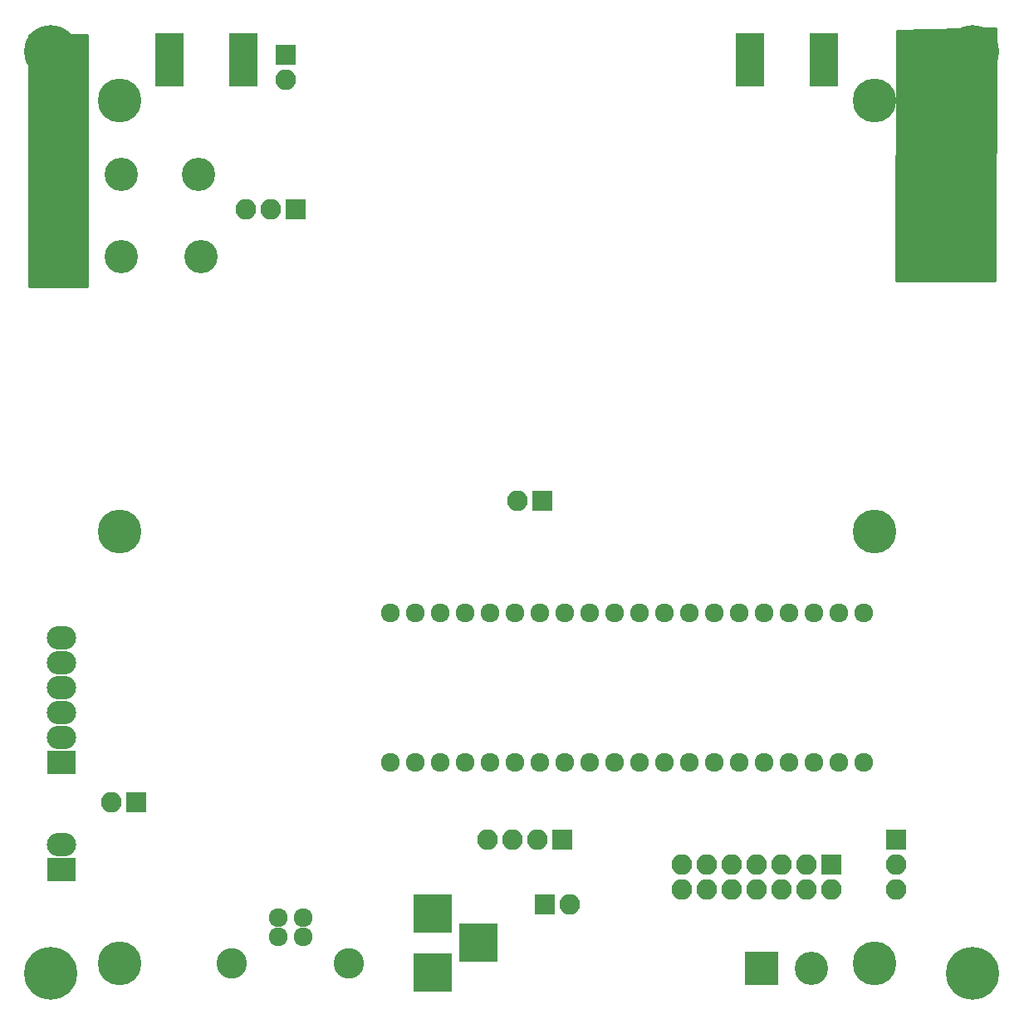
<source format=gbr>
G04 #@! TF.FileFunction,Soldermask,Bot*
%FSLAX46Y46*%
G04 Gerber Fmt 4.6, Leading zero omitted, Abs format (unit mm)*
G04 Created by KiCad (PCBNEW 4.0.7) date 12/04/19 20:36:14*
%MOMM*%
%LPD*%
G01*
G04 APERTURE LIST*
%ADD10C,0.100000*%
%ADD11C,1.920000*%
%ADD12C,3.100000*%
%ADD13R,2.100000X2.100000*%
%ADD14O,2.100000X2.100000*%
%ADD15C,1.924000*%
%ADD16R,2.900000X5.480000*%
%ADD17C,3.400000*%
%ADD18C,5.400000*%
%ADD19R,3.400000X3.400000*%
%ADD20C,4.464000*%
%ADD21R,3.900000X3.900000*%
%ADD22R,3.000000X2.400000*%
%ADD23O,3.000000X2.400000*%
%ADD24C,0.254000*%
G04 APERTURE END LIST*
D10*
D11*
X76139040Y-141320520D03*
X78679040Y-141320520D03*
X78679040Y-143320520D03*
X76139040Y-143320520D03*
D12*
X71409040Y-146020520D03*
X83409040Y-146020520D03*
D13*
X132588000Y-135890000D03*
D14*
X132588000Y-138430000D03*
X130048000Y-135890000D03*
X130048000Y-138430000D03*
X127508000Y-135890000D03*
X127508000Y-138430000D03*
X124968000Y-135890000D03*
X124968000Y-138430000D03*
X122428000Y-135890000D03*
X122428000Y-138430000D03*
X119888000Y-135890000D03*
X119888000Y-138430000D03*
X117348000Y-135890000D03*
X117348000Y-138430000D03*
D15*
X135890000Y-110236000D03*
X133350000Y-110236000D03*
X130810000Y-110236000D03*
X128270000Y-110236000D03*
X125730000Y-110236000D03*
X123190000Y-110236000D03*
X120650000Y-110236000D03*
X118110000Y-110236000D03*
X115570000Y-110236000D03*
X113030000Y-110236000D03*
X110490000Y-110236000D03*
X107950000Y-110236000D03*
X105410000Y-110236000D03*
X102870000Y-110236000D03*
X100330000Y-110236000D03*
X97790000Y-110236000D03*
X95250000Y-110236000D03*
X92710000Y-110236000D03*
X90170000Y-110236000D03*
X87630000Y-110236000D03*
X135890000Y-125476000D03*
X133350000Y-125476000D03*
X130810000Y-125476000D03*
X128270000Y-125476000D03*
X125730000Y-125476000D03*
X123190000Y-125476000D03*
X120650000Y-125476000D03*
X118110000Y-125476000D03*
X115570000Y-125476000D03*
X113030000Y-125476000D03*
X110490000Y-125476000D03*
X107950000Y-125476000D03*
X105410000Y-125476000D03*
X102870000Y-125476000D03*
X100330000Y-125476000D03*
X97790000Y-125476000D03*
X95250000Y-125476000D03*
X92710000Y-125476000D03*
X90170000Y-125476000D03*
X87630000Y-125476000D03*
D16*
X72584000Y-53848000D03*
X65084000Y-53848000D03*
D17*
X68326000Y-73914000D03*
X60198000Y-73914000D03*
X54864000Y-68580000D03*
X60198000Y-65532000D03*
X68072000Y-65532000D03*
D13*
X105156000Y-133350000D03*
D14*
X102616000Y-133350000D03*
X100076000Y-133350000D03*
X97536000Y-133350000D03*
D18*
X53000000Y-53000000D03*
X147000000Y-53000000D03*
X53000000Y-147000000D03*
X147000000Y-147000000D03*
D19*
X125437900Y-146507200D03*
D17*
X130517900Y-146507200D03*
D13*
X103378000Y-139954000D03*
D14*
X105918000Y-139954000D03*
D20*
X60000000Y-102000000D03*
X60000000Y-146000000D03*
X137000000Y-102000000D03*
X137000000Y-146000000D03*
D21*
X91922600Y-140903960D03*
X91922600Y-146903960D03*
X96622600Y-143903960D03*
D13*
X76962000Y-53340000D03*
D14*
X76962000Y-55880000D03*
D13*
X77978000Y-69088000D03*
D14*
X75438000Y-69088000D03*
X72898000Y-69088000D03*
D13*
X103124000Y-98806000D03*
D14*
X100584000Y-98806000D03*
D13*
X139192000Y-133350000D03*
D14*
X139192000Y-135890000D03*
X139192000Y-138430000D03*
D16*
X131766000Y-53848000D03*
X124266000Y-53848000D03*
D20*
X60000000Y-58000000D03*
X137000000Y-58000000D03*
D13*
X61700000Y-129600000D03*
D14*
X59160000Y-129600000D03*
D22*
X54102000Y-125476000D03*
D23*
X54102000Y-122936000D03*
X54102000Y-120396000D03*
X54102000Y-117856000D03*
X54102000Y-115316000D03*
X54102000Y-112776000D03*
D22*
X54102000Y-136398000D03*
D23*
X54102000Y-133858000D03*
D24*
G36*
X56702960Y-76987400D02*
X50810160Y-76987400D01*
X50810160Y-51313080D01*
X56702960Y-51313080D01*
X56702960Y-76987400D01*
X56702960Y-76987400D01*
G37*
X56702960Y-76987400D02*
X50810160Y-76987400D01*
X50810160Y-51313080D01*
X56702960Y-51313080D01*
X56702960Y-76987400D01*
G36*
X149225373Y-76375260D02*
X139192377Y-76375260D01*
X139267832Y-50919046D01*
X149300818Y-50688659D01*
X149225373Y-76375260D01*
X149225373Y-76375260D01*
G37*
X149225373Y-76375260D02*
X139192377Y-76375260D01*
X139267832Y-50919046D01*
X149300818Y-50688659D01*
X149225373Y-76375260D01*
M02*

</source>
